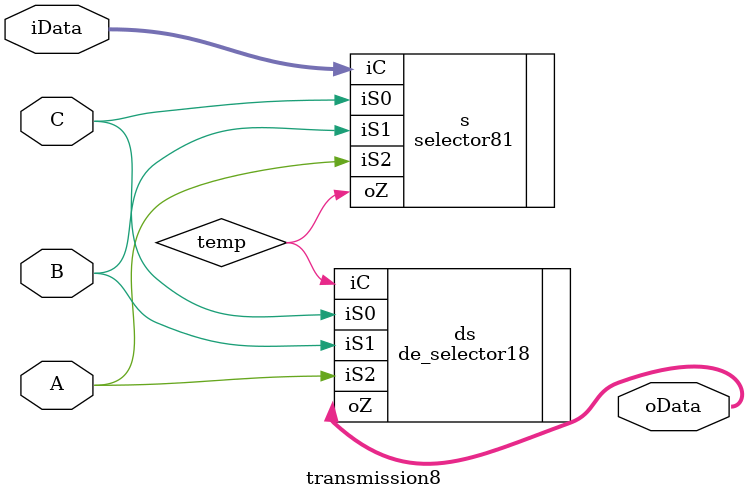
<source format=v>
`timescale 1ns / 1ps


module transmission8(
    input [7:0] iData,
    input A,
    input B,
    input C,
    output [7:0] oData
    );
    wire temp;
    selector81 s(.iC(iData),.iS2(A),.iS1(B),.iS0(C),.oZ(temp));
    de_selector18 ds(.iC(temp),.iS2(A),.iS1(B),.iS0(C),.oZ(oData));
endmodule

</source>
